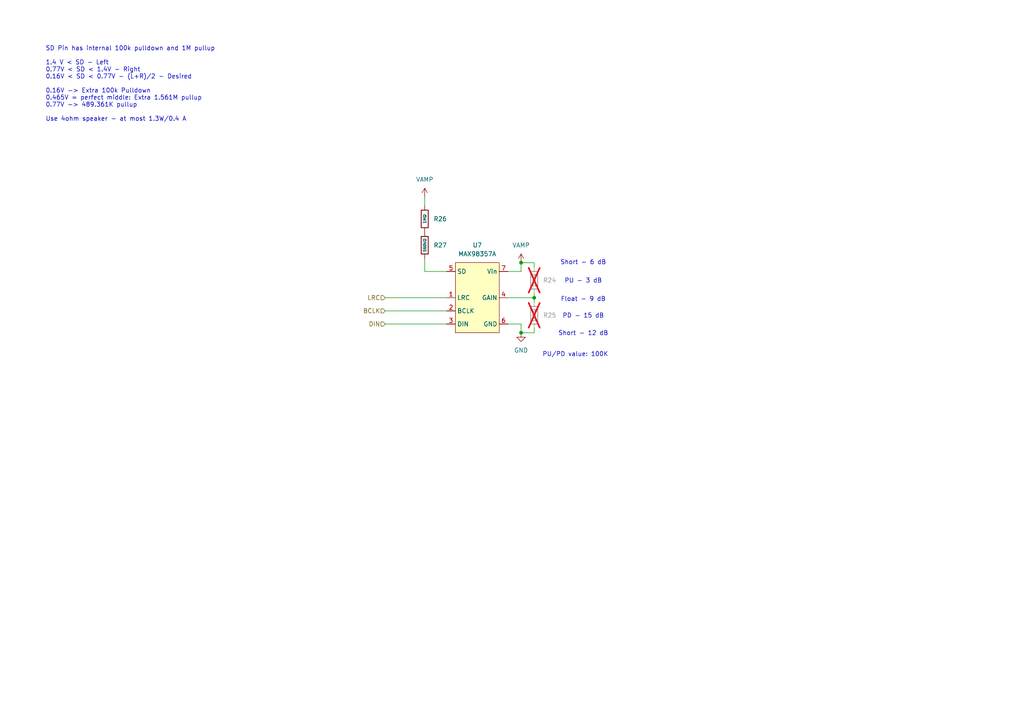
<source format=kicad_sch>
(kicad_sch (version 20250114) (generator "eeschema") (generator_version "9.0")
  (paper "A4")
  (lib_symbols
    (symbol "PCM_JLCPCB-Resistors:0603,560kΩ" (pin_numbers (hide yes)) (pin_names (offset 0))
      (property "Reference" "R" (at 1.778 0 0))
      (property "Value" "560kΩ" (at 0 0 90))
      (symbol "0603,560kΩ_0_1"
        (rectangle (start -1.016 2.54) (end 1.016 -2.54) (stroke (width 0.254)))
      )
      (symbol "0603,560kΩ_1_1"
        (pin passive line (at 0 3.81 270) (length 1.27) (name "~") (number "1"))
        (pin passive line (at 0 -3.81 90) (length 1.27) (name "~") (number "2"))
      )
    )
    (symbol "PCM_JLCPCB-Resistors:0805,100kΩ" (pin_numbers (hide yes)) (pin_names (offset 0))
      (property "Reference" "R" (at 1.778 0 0))
      (property "Value" "100kΩ" (at 0 0 90))
      (symbol "0805,100kΩ_0_1"
        (rectangle (start -1.016 2.54) (end 1.016 -2.54) (stroke (width 0.254)))
      )
      (symbol "0805,100kΩ_1_1"
        (pin passive line (at 0 3.81 270) (length 1.27) (name "~") (number "1"))
        (pin passive line (at 0 -3.81 90) (length 1.27) (name "~") (number "2"))
      )
    )
    (symbol "PCM_JLCPCB-Resistors:0805,1MΩ" (pin_numbers (hide yes)) (pin_names (offset 0))
      (property "Reference" "R" (at 1.778 0 0))
      (property "Value" "1MΩ" (at 0 0 90))
      (symbol "0805,1MΩ_0_1"
        (rectangle (start -1.016 2.54) (end 1.016 -2.54) (stroke (width 0.254)))
      )
      (symbol "0805,1MΩ_1_1"
        (pin passive line (at 0 3.81 270) (length 1.27) (name "~") (number "1"))
        (pin passive line (at 0 -3.81 90) (length 1.27) (name "~") (number "2"))
      )
    )
    (symbol "Project_symbols:Adafruit_I2S_MAX98357A"
      (property "Reference" "U" (at 0 14.224 0))
      (property "Value" "MAX98357A" (at 0 11.43 0))
      (symbol "Adafruit_I2S_MAX98357A_1_1"
        (rectangle (start -6.35 10.16) (end 6.35 -10.16) (fill (type background)))
        (pin input line (at -8.89 7.62 0) (length 2.54) (name "SD") (number "5"))
        (pin input line (at -8.89 0 0) (length 2.54) (name "LRC") (number "1"))
        (pin input line (at -8.89 -3.81 0) (length 2.54) (name "BCLK") (number "2"))
        (pin input line (at -8.89 -7.62 0) (length 2.54) (name "DIN") (number "3"))
        (pin power_in line (at 8.89 7.62 180) (length 2.54) (name "Vin") (number "7"))
        (pin input line (at 8.89 0 180) (length 2.54) (name "GAIN") (number "4"))
        (pin input line (at 8.89 -7.62 180) (length 2.54) (name "GND") (number "6"))
      )
    )
    (symbol "power:GND" (power) (pin_numbers (hide yes)) (pin_names (offset 0) (hide yes))
      (property "Value" "GND" (at 0 -3.81 0))
      (symbol "GND_0_1"
        (polyline (pts (xy 0 0) (xy 0 -1.27) (xy 1.27 -1.27) (xy 0 -2.54) (xy -1.27 -1.27) (xy 0 -1.27)))
      )
      (symbol "GND_1_1"
        (pin power_in line (at 0 0 270) (length 0) (name "~") (number "1"))
      )
    )
    (symbol "power:VCC" (power) (pin_numbers (hide yes)) (pin_names (offset 0) (hide yes))
      (property "Value" "VCC" (at 0 3.556 0))
      (symbol "VCC_0_1"
        (polyline (pts (xy -0.762 1.27) (xy 0 2.54)))
        (polyline (pts (xy 0 2.54) (xy 0.762 1.27)))
        (polyline (pts (xy 0 0) (xy 0 2.54)))
      )
      (symbol "VCC_1_1"
        (pin power_in line (at 0 0 90) (length 0) (name "~") (number "1"))
      )
    )
  )
  (text "PD - 15 dB" (at 169.164 91.694 0) (effects (font (size 1.27 1.27))))
  (text "PU - 3 dB" (at 169.164 81.534 0) (effects (font (size 1.27 1.27))))
  (text "Short - 6 dB" (at 169.164 76.2 0) (effects (font (size 1.27 1.27))))
  (text "Float - 9 dB" (at 169.164 86.868 0) (effects (font (size 1.27 1.27))))
  (text "SD Pin has internal 100k pulldown and 1M pullup\n\n1.4 V < SD - Left\n0.77V < SD < 1.4V - Right\n0.16V < SD < 0.77V - (L+R)/2 - Desired\n\n0.16V -> Extra 100k Pulldown\n0.465V = perfect middle: Extra 1.561M pullup\n0.77V -> 489.361K pullup\n\nUse 4ohm speaker - at most 1.3W/0.4 A" (at 13.208 24.384 0) (effects (font (size 1.27 1.27)) (justify left)))
  (text "PU/PD value: 100K" (at 166.878 102.87 0) (effects (font (size 1.27 1.27))))
  (text "Short - 12 dB" (at 169.164 96.774 0) (effects (font (size 1.27 1.27))))
  (junction (at 151.13 76.2))
  (junction (at 151.13 96.52))
  (junction (at 154.94 86.36))
  (wire (pts (xy 154.94 96.52) (xy 151.13 96.52)))
  (wire (pts (xy 111.76 86.36) (xy 129.54 86.36)))
  (wire (pts (xy 151.13 76.2) (xy 151.13 78.74)))
  (wire (pts (xy 154.94 85.09) (xy 154.94 86.36)))
  (wire (pts (xy 154.94 87.63) (xy 154.94 86.36)))
  (wire (pts (xy 154.94 77.47) (xy 154.94 76.2)))
  (wire (pts (xy 154.94 76.2) (xy 151.13 76.2)))
  (wire (pts (xy 111.76 93.98) (xy 129.54 93.98)))
  (wire (pts (xy 154.94 95.25) (xy 154.94 96.52)))
  (wire (pts (xy 151.13 93.98) (xy 151.13 96.52)))
  (wire (pts (xy 123.19 59.69) (xy 123.19 57.15)))
  (wire (pts (xy 147.32 86.36) (xy 154.94 86.36)))
  (wire (pts (xy 147.32 93.98) (xy 151.13 93.98)))
  (wire (pts (xy 151.13 78.74) (xy 147.32 78.74)))
  (wire (pts (xy 123.19 74.93) (xy 123.19 78.74)))
  (wire (pts (xy 111.76 90.17) (xy 129.54 90.17)))
  (wire (pts (xy 123.19 78.74) (xy 129.54 78.74)))
  (hierarchical_label "LRC" (shape input) (at 111.76 86.36 180))
  (hierarchical_label "DIN" (shape input) (at 111.76 93.98 180))
  (hierarchical_label "BCLK" (shape input) (at 111.76 90.17 180))
  (symbol (lib_id "power:GND") (at 151.13 96.52 0) (unit 1)
    (property "Reference" "#PWR011" (effects (hide yes)))
    (property "Value" "GND" (at 151.13 101.6 0))
    (property "Description" "Power symbol creates a global label with name \"GND\" , ground" (effects (hide yes)))
  )
  (symbol (lib_id "PCM_JLCPCB-Resistors:0805,1MΩ") (at 123.19 63.5 0) (unit 1)
    (property "Reference" "R26" (at 125.73 63.4999 0) (effects (justify left)))
    (property "Value" "1MΩ" (at 123.19 63.5 90) (effects (font (size 0.8 0.8))))
    (property "Footprint" "PCM_JLCPCB:R_0805" (effects (hide yes)))
    (property "Datasheet" "https://www.lcsc.com/datasheet/lcsc_datasheet_2206010200_UNI-ROYAL-Uniroyal-Elec-0805W8F1004T5E_C17514.pdf" (effects (hide yes)))
    (property "Description" "125mW Thick Film Resistors 150V ±100ppm/°C ±1% 1MΩ 0805 Chip Resistor - Surface Mount ROHS" (effects (hide yes)))
    (property "LCSC" "C17514" (effects (hide yes)))
    (property "Stock" "859014" (effects (hide yes)))
    (property "Price" "0.005USD" (effects (hide yes)))
    (property "Process" "SMT" (effects (hide yes)))
    (property "Minimum Qty" "20" (effects (hide yes)))
    (property "Attrition Qty" "6" (effects (hide yes)))
    (property "Class" "Basic Component" (effects (hide yes)))
    (property "Category" "Resistors,Chip Resistor - Surface Mount" (effects (hide yes)))
    (property "Manufacturer" "UNI-ROYAL(Uniroyal Elec)" (effects (hide yes)))
    (property "Part" "0805W8F1004T5E" (effects (hide yes)))
    (property "Resistance" "1MΩ" (effects (hide yes)))
    (property "Power(Watts)" "125mW" (effects (hide yes)))
    (property "Type" "Thick Film Resistors" (effects (hide yes)))
    (property "Overload Voltage (Max)" "150V" (effects (hide yes)))
    (property "Operating Temperature Range" "-55°C~+155°C" (effects (hide yes)))
    (property "Tolerance" "±1%" (effects (hide yes)))
    (property "Temperature Coefficient" "±100ppm/°C" (effects (hide yes)))
  )
  (symbol (lib_id "PCM_JLCPCB-Resistors:0603,560kΩ") (at 123.19 71.12 0) (unit 1)
    (property "Reference" "R27" (at 125.73 71.1199 0) (effects (justify left)))
    (property "Value" "560kΩ" (at 123.19 71.12 90) (effects (font (size 0.8 0.8))))
    (property "Footprint" "PCM_JLCPCB:R_0603" (effects (hide yes)))
    (property "Datasheet" "https://www.lcsc.com/datasheet/lcsc_datasheet_2206010116_UNI-ROYAL-Uniroyal-Elec-0603WAF5603T5E_C23203.pdf" (effects (hide yes)))
    (property "Description" "100mW Thick Film Resistors 75V ±100ppm/°C ±1% 560kΩ 0603 Chip Resistor - Surface Mount ROHS" (effects (hide yes)))
    (property "LCSC" "C23203" (effects (hide yes)))
    (property "Stock" "214588" (effects (hide yes)))
    (property "Price" "0.004USD" (effects (hide yes)))
    (property "Process" "SMT" (effects (hide yes)))
    (property "Minimum Qty" "20" (effects (hide yes)))
    (property "Attrition Qty" "10" (effects (hide yes)))
    (property "Class" "Preferred Component" (effects (hide yes)))
    (property "Category" "Resistors,Chip Resistor - Surface Mount" (effects (hide yes)))
    (property "Manufacturer" "UNI-ROYAL(Uniroyal Elec)" (effects (hide yes)))
    (property "Part" "0603WAF5603T5E" (effects (hide yes)))
    (property "Resistance" "560kΩ" (effects (hide yes)))
    (property "Power(Watts)" "100mW" (effects (hide yes)))
    (property "Type" "Thick Film Resistors" (effects (hide yes)))
    (property "Overload Voltage (Max)" "75V" (effects (hide yes)))
    (property "Operating Temperature Range" "-55°C~+155°C" (effects (hide yes)))
    (property "Tolerance" "±1%" (effects (hide yes)))
    (property "Temperature Coefficient" "±100ppm/°C" (effects (hide yes)))
  )
  (symbol (lib_id "Project_symbols:Adafruit_I2S_MAX98357A") (at 138.43 86.36 0) (unit 1)
    (property "Reference" "U7" (at 138.43 71.12 0))
    (property "Value" "MAX98357A" (at 138.43 73.66 0))
    (property "Datasheet" "https://www.adafruit.com/product/3006" (effects (hide yes)))
    (property "Description" "Adafruit I2S 3W Class D Amplifier Breakout - MAX98357A" (effects (hide yes)))
  )
  (symbol (lib_id "PCM_JLCPCB-Resistors:0805,100kΩ") (at 154.94 81.28 0) (unit 1) (dnp yes)
    (property "Reference" "R24" (at 157.48 81.2799 0) (effects (justify left)))
    (property "Value" "100kΩ" (at 154.94 81.28 90) (effects (font (size 0.8 0.8))))
    (property "Footprint" "PCM_JLCPCB:R_0805" (effects (hide yes)))
    (property "Datasheet" "https://www.lcsc.com/datasheet/lcsc_datasheet_2205312316_UNI-ROYAL-Uniroyal-Elec-0805W8F1003T5E_C149504.pdf" (effects (hide yes)))
    (property "Description" "125mW Thick Film Resistors 150V ±100ppm/°C ±1% 100kΩ 0805 Chip Resistor - Surface Mount ROHS" (effects (hide yes)))
    (property "LCSC" "C149504" (effects (hide yes)))
    (property "Stock" "3946237" (effects (hide yes)))
    (property "Price" "0.005USD" (effects (hide yes)))
    (property "Process" "SMT" (effects (hide yes)))
    (property "Minimum Qty" "20" (effects (hide yes)))
    (property "Attrition Qty" "10" (effects (hide yes)))
    (property "Class" "Basic Component" (effects (hide yes)))
    (property "Category" "Resistors,Chip Resistor - Surface Mount" (effects (hide yes)))
    (property "Manufacturer" "UNI-ROYAL(Uniroyal Elec)" (effects (hide yes)))
    (property "Part" "0805W8F1003T5E" (effects (hide yes)))
    (property "Resistance" "100kΩ" (effects (hide yes)))
    (property "Power(Watts)" "125mW" (effects (hide yes)))
    (property "Type" "Thick Film Resistors" (effects (hide yes)))
    (property "Overload Voltage (Max)" "150V" (effects (hide yes)))
    (property "Operating Temperature Range" "-55°C~+155°C" (effects (hide yes)))
    (property "Tolerance" "±1%" (effects (hide yes)))
    (property "Temperature Coefficient" "±100ppm/°C" (effects (hide yes)))
  )
  (symbol (lib_id "PCM_JLCPCB-Resistors:0805,100kΩ") (at 154.94 91.44 0) (unit 1) (dnp yes)
    (property "Reference" "R25" (at 157.48 91.4399 0) (effects (justify left)))
    (property "Value" "100kΩ" (at 154.94 91.44 90) (effects (font (size 0.8 0.8))))
    (property "Footprint" "PCM_JLCPCB:R_0805" (effects (hide yes)))
    (property "Datasheet" "https://www.lcsc.com/datasheet/lcsc_datasheet_2205312316_UNI-ROYAL-Uniroyal-Elec-0805W8F1003T5E_C149504.pdf" (effects (hide yes)))
    (property "Description" "125mW Thick Film Resistors 150V ±100ppm/°C ±1% 100kΩ 0805 Chip Resistor - Surface Mount ROHS" (effects (hide yes)))
    (property "LCSC" "C149504" (effects (hide yes)))
    (property "Stock" "3946237" (effects (hide yes)))
    (property "Price" "0.005USD" (effects (hide yes)))
    (property "Process" "SMT" (effects (hide yes)))
    (property "Minimum Qty" "20" (effects (hide yes)))
    (property "Attrition Qty" "10" (effects (hide yes)))
    (property "Class" "Basic Component" (effects (hide yes)))
    (property "Category" "Resistors,Chip Resistor - Surface Mount" (effects (hide yes)))
    (property "Manufacturer" "UNI-ROYAL(Uniroyal Elec)" (effects (hide yes)))
    (property "Part" "0805W8F1003T5E" (effects (hide yes)))
    (property "Resistance" "100kΩ" (effects (hide yes)))
    (property "Power(Watts)" "125mW" (effects (hide yes)))
    (property "Type" "Thick Film Resistors" (effects (hide yes)))
    (property "Overload Voltage (Max)" "150V" (effects (hide yes)))
    (property "Operating Temperature Range" "-55°C~+155°C" (effects (hide yes)))
    (property "Tolerance" "±1%" (effects (hide yes)))
    (property "Temperature Coefficient" "±100ppm/°C" (effects (hide yes)))
  )
  (symbol (lib_id "power:VCC") (at 151.13 76.2 0) (unit 1)
    (property "Reference" "#PWR016" (effects (hide yes)))
    (property "Value" "VAMP" (at 151.13 71.12 0))
    (property "Description" "Power symbol creates a global label with name \"VCC\"" (effects (hide yes)))
  )
  (symbol (lib_id "power:VCC") (at 123.19 57.15 0) (unit 1)
    (property "Reference" "#PWR023" (effects (hide yes)))
    (property "Value" "VAMP" (at 123.19 52.07 0))
    (property "Description" "Power symbol creates a global label with name \"VCC\"" (effects (hide yes)))
  )
)
</source>
